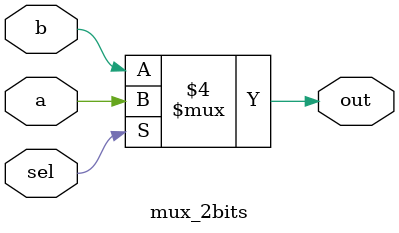
<source format=sv>
module mux_2bits(
  input logic a,b,sel,
  output logic out);
 
  always_comb begin
    if(sel == 1) out <=a;
      else out<=b;
  end
endmodule

</source>
